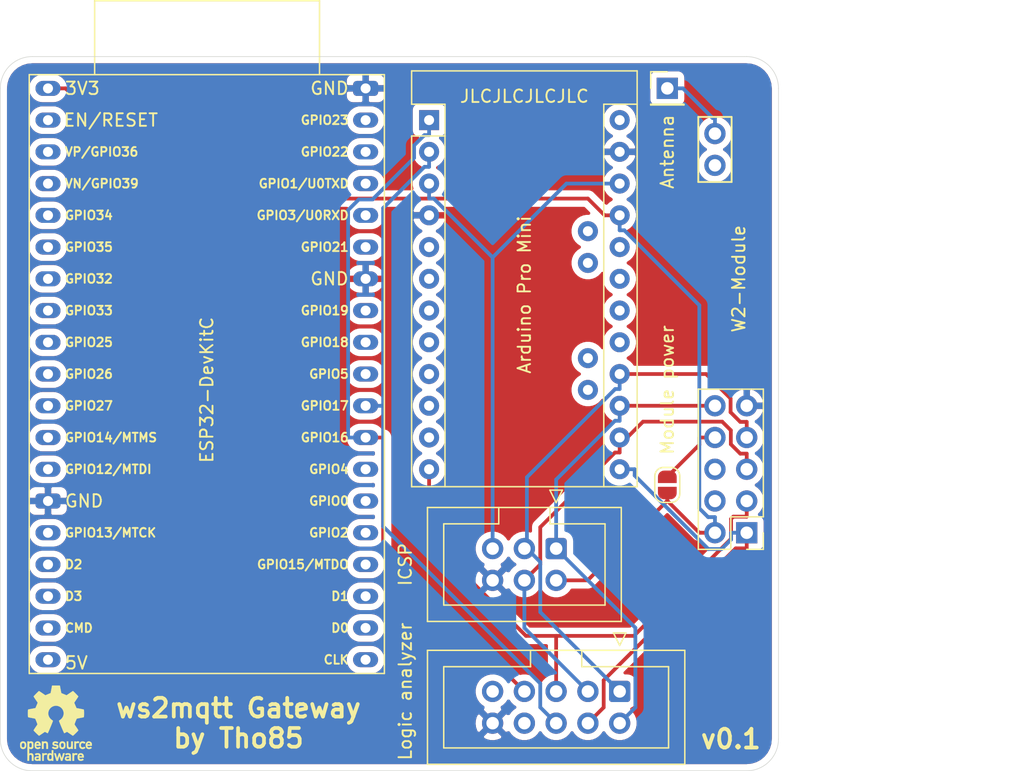
<source format=kicad_pcb>
(kicad_pcb (version 20171130) (host pcbnew 5.1.9+dfsg1-1)
  (layers (0 F.Cu signal) (31 B.Cu signal) (34 B.Paste user) (35 F.Paste user) (36 B.SilkS user) (37 F.SilkS user) (38 B.Mask user) (39 F.Mask user) (44 Edge.Cuts user))
  (net 0 "")
  (net 1 "Net-(AE1-Pad1)")
  (net 2 GND)
  (net 3 /W2_MOSI)
  (net 4 +3V3)
  (net 5 /ARDUINO_RST)
  (net 6 /W2_SCK)
  (net 7 /W2_MISO)
  (net 8 "Net-(J2-Pad8)")
  (net 9 /ARDUINO_RX)
  (net 10 /W2_CS)
  (net 11 "Net-(J2-Pad9)")
  (net 12 /ARDUINO_TX)
  (net 13 /W2_HANDSHAKE)
  (net 14 "Net-(J3-Pad4)")
  (net 15 "Net-(J3-Pad6)")
  (net 16 "Net-(J3-Pad8)")
  (net 17 "Net-(J3-Pad11)")
  (net 18 "Net-(U1-Pad37)")
  (net 19 "Net-(U1-Pad36)")
  (net 20 "Net-(U1-Pad35)")
  (net 21 "Net-(U1-Pad34)")
  (net 22 "Net-(U1-Pad33)")
  (net 23 "Net-(U1-Pad31)")
  (net 24 "Net-(U1-Pad30)")
  (net 25 "Net-(U1-Pad29)")
  (net 26 "Net-(U1-Pad26)")
  (net 27 "Net-(U1-Pad25)")
  (net 28 "Net-(U1-Pad24)")
  (net 29 "Net-(U1-Pad23)")
  (net 30 "Net-(U1-Pad22)")
  (net 31 "Net-(U1-Pad21)")
  (net 32 "Net-(U1-Pad20)")
  (net 33 "Net-(U1-Pad19)")
  (net 34 "Net-(U1-Pad18)")
  (net 35 "Net-(U1-Pad17)")
  (net 36 "Net-(U1-Pad16)")
  (net 37 "Net-(U1-Pad15)")
  (net 38 "Net-(U1-Pad13)")
  (net 39 "Net-(U1-Pad12)")
  (net 40 "Net-(U1-Pad11)")
  (net 41 "Net-(U1-Pad10)")
  (net 42 "Net-(U1-Pad9)")
  (net 43 "Net-(U1-Pad8)")
  (net 44 "Net-(U1-Pad7)")
  (net 45 "Net-(U1-Pad6)")
  (net 46 "Net-(U1-Pad5)")
  (net 47 "Net-(U1-Pad4)")
  (net 48 "Net-(U1-Pad3)")
  (net 49 "Net-(U1-Pad2)")
  (net 50 "Net-(U2-PadA6)")
  (net 51 "Net-(U2-PadA7)")
  (net 52 "Net-(U2-PadA4)")
  (net 53 "Net-(U2-PadA5)")
  (net 54 "Net-(U2-Pad24)")
  (net 55 "Net-(U2-Pad11)")
  (net 56 "Net-(U2-Pad20)")
  (net 57 "Net-(U2-Pad10)")
  (net 58 "Net-(U2-Pad19)")
  (net 59 "Net-(U2-Pad9)")
  (net 60 "Net-(U2-Pad18)")
  (net 61 "Net-(U2-Pad8)")
  (net 62 "Net-(U2-Pad17)")
  (net 63 "Net-(U2-Pad7)")
  (net 64 "Net-(U2-Pad6)")
  (net 65 "Net-(U2-Pad5)")
  (module Symbol:OSHW-Logo_5.7x6mm_SilkScreen (layer F.Cu) (at 62.865 69.85)
    (fp_text reference LOGO1 hide)
    (fp_text value Logo_Open_Hardware_Small hide)
  )
  (module Arduino:Arduino_Pro_Mini (layer F.Cu) (at 92.71 21.59)
    (fp_text reference U2)
    (fp_text value "Arduino Pro Mini" (at 7.62 13.97 90) (layer F.SilkS))
    (pad A6 thru_hole oval (at 12.7 21.59) (size 1.6 1.6) (drill 0.8) (layers *.Cu *.Mask) (net 50 "Net-(U2-PadA6)"))
    (pad A7 thru_hole oval (at 12.7 19.05) (size 1.6 1.6) (drill 0.8) (layers *.Cu *.Mask) (net 51 "Net-(U2-PadA7)"))
    (pad A4 thru_hole oval (at 12.7 11.43) (size 1.6 1.6) (drill 0.8) (layers *.Cu *.Mask) (net 52 "Net-(U2-PadA4)"))
    (pad A5 thru_hole oval (at 12.7 8.89) (size 1.6 1.6) (drill 0.8) (layers *.Cu *.Mask) (net 53 "Net-(U2-PadA5)"))
    (pad 24 thru_hole oval (at 15.24 0) (size 1.6 1.6) (drill 0.8) (layers *.Cu *.Mask) (net 54 "Net-(U2-Pad24)"))
    (pad 23 thru_hole oval (at 15.24 2.54) (size 1.6 1.6) (drill 0.8) (layers *.Cu *.Mask) (net 2 GND))
    (pad 22 thru_hole oval (at 15.24 5.08) (size 1.6 1.6) (drill 0.8) (layers *.Cu *.Mask) (net 5 /ARDUINO_RST))
    (pad 12 thru_hole oval (at 0 27.94) (size 1.6 1.6) (drill 0.8) (layers *.Cu *.Mask) (net 13 /W2_HANDSHAKE))
    (pad 21 thru_hole oval (at 15.24 7.62) (size 1.6 1.6) (drill 0.8) (layers *.Cu *.Mask) (net 4 +3V3))
    (pad 11 thru_hole oval (at 0 25.4) (size 1.6 1.6) (drill 0.8) (layers *.Cu *.Mask) (net 55 "Net-(U2-Pad11)"))
    (pad 20 thru_hole oval (at 15.24 10.16) (size 1.6 1.6) (drill 0.8) (layers *.Cu *.Mask) (net 56 "Net-(U2-Pad20)"))
    (pad 10 thru_hole oval (at 0 22.86) (size 1.6 1.6) (drill 0.8) (layers *.Cu *.Mask) (net 57 "Net-(U2-Pad10)"))
    (pad 19 thru_hole oval (at 15.24 12.7) (size 1.6 1.6) (drill 0.8) (layers *.Cu *.Mask) (net 58 "Net-(U2-Pad19)"))
    (pad 9 thru_hole oval (at 0 20.32) (size 1.6 1.6) (drill 0.8) (layers *.Cu *.Mask) (net 59 "Net-(U2-Pad9)"))
    (pad 18 thru_hole oval (at 15.24 15.24) (size 1.6 1.6) (drill 0.8) (layers *.Cu *.Mask) (net 60 "Net-(U2-Pad18)"))
    (pad 8 thru_hole oval (at 0 17.78) (size 1.6 1.6) (drill 0.8) (layers *.Cu *.Mask) (net 61 "Net-(U2-Pad8)"))
    (pad 17 thru_hole oval (at 15.24 17.78) (size 1.6 1.6) (drill 0.8) (layers *.Cu *.Mask) (net 62 "Net-(U2-Pad17)"))
    (pad 7 thru_hole oval (at 0 15.24) (size 1.6 1.6) (drill 0.8) (layers *.Cu *.Mask) (net 63 "Net-(U2-Pad7)"))
    (pad 16 thru_hole oval (at 15.24 20.32) (size 1.6 1.6) (drill 0.8) (layers *.Cu *.Mask) (net 6 /W2_SCK))
    (pad 6 thru_hole oval (at 0 12.7) (size 1.6 1.6) (drill 0.8) (layers *.Cu *.Mask) (net 64 "Net-(U2-Pad6)"))
    (pad 15 thru_hole oval (at 15.24 22.86) (size 1.6 1.6) (drill 0.8) (layers *.Cu *.Mask) (net 7 /W2_MISO))
    (pad 5 thru_hole oval (at 0 10.16) (size 1.6 1.6) (drill 0.8) (layers *.Cu *.Mask) (net 65 "Net-(U2-Pad5)"))
    (pad 14 thru_hole oval (at 15.24 25.4) (size 1.6 1.6) (drill 0.8) (layers *.Cu *.Mask) (net 3 /W2_MOSI))
    (pad 4 thru_hole oval (at 0 7.62) (size 1.6 1.6) (drill 0.8) (layers *.Cu *.Mask) (net 2 GND))
    (pad 13 thru_hole oval (at 15.24 27.94) (size 1.6 1.6) (drill 0.8) (layers *.Cu *.Mask) (net 10 /W2_CS))
    (pad 3 thru_hole oval (at 0 5.08) (size 1.6 1.6) (drill 0.8) (layers *.Cu *.Mask) (net 5 /ARDUINO_RST))
    (pad 2 thru_hole oval (at 0 2.54) (size 1.6 1.6) (drill 0.8) (layers *.Cu *.Mask) (net 9 /ARDUINO_RX))
    (pad 1 thru_hole rect (at 0 0) (size 1.6 1.6) (drill 0.8) (layers *.Cu *.Mask) (net 12 /ARDUINO_TX))
  )
  (module Espressif:ESP32-DevKitC (layer F.Cu) (at 62.23 19.05)
    (fp_text reference U1)
    (fp_text value ESP32-DevKitC (at 12.70368 24.13272 90) (layer F.SilkS))
    (fp_text user GND (at 24.13368 0.00272 unlocked) (layer F.SilkS) (effects (justify right)))
    (fp_text user GPIO23 (at 24.13368 2.54272 unlocked) (layer F.SilkS) (effects (font (size 0.7 0.7)) (justify right)))
    (fp_text user GPIO5 (at 24.13368 22.86272 unlocked) (layer F.SilkS) (effects (font (size 0.7 0.7)) (justify right)))
    (fp_text user D0 (at 24.13368 43.18272 unlocked) (layer F.SilkS) (effects (font (size 0.7 0.7)) (justify right)))
    (fp_text user 5V (at 1.27 45.974 unlocked) (layer F.SilkS) (effects (justify left)))
    (fp_text user GPIO21 (at 24.13368 12.70272 unlocked) (layer F.SilkS) (effects (font (size 0.7 0.7)) (justify right)))
    (fp_text user D1 (at 24.13368 40.64272 unlocked) (layer F.SilkS) (effects (font (size 0.7 0.7)) (justify right)))
    (fp_text user GPIO12/MTDI (at 1.27368 30.48272 unlocked) (layer F.SilkS) (effects (font (size 0.7 0.7)) (justify left)))
    (fp_text user VP/GPIO36 (at 1.27368 5.08272 unlocked) (layer F.SilkS) (effects (font (size 0.7 0.7)) (justify left)))
    (fp_text user D2 (at 1.27368 38.10272 unlocked) (layer F.SilkS) (effects (font (size 0.7 0.7)) (justify left)))
    (fp_text user GPIO27 (at 1.27368 25.40272 unlocked) (layer F.SilkS) (effects (font (size 0.7 0.7)) (justify left)))
    (fp_text user GPIO33 (at 1.27368 17.78272 unlocked) (layer F.SilkS) (effects (font (size 0.7 0.7)) (justify left)))
    (fp_text user GPIO19 (at 24.13368 17.78272 unlocked) (layer F.SilkS) (effects (font (size 0.7 0.7)) (justify right)))
    (fp_text user VN/GPIO39 (at 1.27368 7.62272 unlocked) (layer F.SilkS) (effects (font (size 0.7 0.7)) (justify left)))
    (fp_text user GPIO13/MTCK (at 1.27368 35.56272 unlocked) (layer F.SilkS) (effects (font (size 0.7 0.7)) (justify left)))
    (fp_text user GPIO2 (at 24.13368 35.56272 unlocked) (layer F.SilkS) (effects (font (size 0.7 0.7)) (justify right)))
    (fp_text user GPIO26 (at 1.27368 22.86272 unlocked) (layer F.SilkS) (effects (font (size 0.7 0.7)) (justify left)))
    (fp_text user GPIO3/U0RXD (at 24.13368 10.16272 unlocked) (layer F.SilkS) (effects (font (size 0.7 0.7)) (justify right)))
    (fp_text user 3V3 (at 1.27368 0.00272 unlocked) (layer F.SilkS) (effects (justify left)))
    (fp_text user GPIO16 (at 24.13368 27.94272 unlocked) (layer F.SilkS) (effects (font (size 0.7 0.7)) (justify right)))
    (fp_text user GPIO32 (at 1.27368 15.24272 unlocked) (layer F.SilkS) (effects (font (size 0.7 0.7)) (justify left)))
    (fp_text user GPIO0 (at 24.13368 33.02272 unlocked) (layer F.SilkS) (effects (font (size 0.7 0.7)) (justify right)))
    (fp_text user GND (at 1.27368 33.02272 unlocked) (layer F.SilkS) (effects (justify left)))
    (fp_text user CLK (at 24.13368 45.72272 unlocked) (layer F.SilkS) (effects (font (size 0.7 0.7)) (justify right)))
    (fp_text user EN/RESET (at 8.89 2.54 unlocked) (layer F.SilkS) (effects (justify right)))
    (fp_text user GPIO4 (at 24.13368 30.48272 unlocked) (layer F.SilkS) (effects (font (size 0.7 0.7)) (justify right)))
    (fp_text user GPIO35 (at 1.27368 12.70272 unlocked) (layer F.SilkS) (effects (font (size 0.7 0.7)) (justify left)))
    (fp_text user GPIO14/MTMS (at 1.27368 27.94272 unlocked) (layer F.SilkS) (effects (font (size 0.7 0.7)) (justify left)))
    (fp_text user GPIO34 (at 1.27368 10.16272 unlocked) (layer F.SilkS) (effects (font (size 0.7 0.7)) (justify left)))
    (fp_text user D3 (at 1.27368 40.64272 unlocked) (layer F.SilkS) (effects (font (size 0.7 0.7)) (justify left)))
    (fp_text user GPIO18 (at 24.13368 20.32272 unlocked) (layer F.SilkS) (effects (font (size 0.7 0.7)) (justify right)))
    (fp_text user CMD (at 1.27368 43.18272 unlocked) (layer F.SilkS) (effects (font (size 0.7 0.7)) (justify left)))
    (fp_text user GPIO22 (at 24.13368 5.08272 unlocked) (layer F.SilkS) (effects (font (size 0.7 0.7)) (justify right)))
    (fp_text user GND (at 24.13368 15.24272 unlocked) (layer F.SilkS) (effects (justify right)))
    (fp_text user GPIO17 (at 24.13368 25.40272 unlocked) (layer F.SilkS) (effects (font (size 0.7 0.7)) (justify right)))
    (fp_text user GPIO1/U0TXD (at 24.13368 7.62272 unlocked) (layer F.SilkS) (effects (font (size 0.7 0.7)) (justify right)))
    (fp_text user GPIO15/MTDO (at 24.13368 38.10272 unlocked) (layer F.SilkS) (effects (font (size 0.7 0.7)) (justify right)))
    (fp_text user GPIO25 (at 1.27368 20.32272 unlocked) (layer F.SilkS) (effects (font (size 0.7 0.7)) (justify left)))
    (pad 38 thru_hole roundrect (at 25.40368 0.00272 270) (size 1.2 2) (drill 0.8) (layers *.Cu *.Mask) (net 2 GND))
    (pad 37 thru_hole oval (at 25.40368 2.54272 270) (size 1.2 2) (drill 0.8) (layers *.Cu *.Mask) (net 18 "Net-(U1-Pad37)"))
    (pad 36 thru_hole oval (at 25.40368 5.08272 270) (size 1.2 2) (drill 0.8) (layers *.Cu *.Mask) (net 19 "Net-(U1-Pad36)"))
    (pad 35 thru_hole oval (at 25.40368 7.62272 270) (size 1.2 2) (drill 0.8) (layers *.Cu *.Mask) (net 20 "Net-(U1-Pad35)"))
    (pad 34 thru_hole oval (at 25.40368 10.16272 270) (size 1.2 2) (drill 0.8) (layers *.Cu *.Mask) (net 21 "Net-(U1-Pad34)"))
    (pad 33 thru_hole oval (at 25.40368 12.70272 270) (size 1.2 2) (drill 0.8) (layers *.Cu *.Mask) (net 22 "Net-(U1-Pad33)"))
    (pad 32 thru_hole oval (at 25.40368 15.24272 270) (size 1.2 2) (drill 0.8) (layers *.Cu *.Mask) (net 2 GND))
    (pad 31 thru_hole oval (at 25.40368 17.78272 270) (size 1.2 2) (drill 0.8) (layers *.Cu *.Mask) (net 23 "Net-(U1-Pad31)"))
    (pad 30 thru_hole oval (at 25.40368 20.32272 270) (size 1.2 2) (drill 0.8) (layers *.Cu *.Mask) (net 24 "Net-(U1-Pad30)"))
    (pad 29 thru_hole oval (at 25.40368 22.86272 270) (size 1.2 2) (drill 0.8) (layers *.Cu *.Mask) (net 25 "Net-(U1-Pad29)"))
    (pad 28 thru_hole oval (at 25.40368 25.40272 270) (size 1.2 2) (drill 0.8) (layers *.Cu *.Mask) (net 9 /ARDUINO_RX))
    (pad 27 thru_hole oval (at 25.40368 27.94272 270) (size 1.2 2) (drill 0.8) (layers *.Cu *.Mask) (net 12 /ARDUINO_TX))
    (pad 26 thru_hole oval (at 25.40368 30.48272 270) (size 1.2 2) (drill 0.8) (layers *.Cu *.Mask) (net 26 "Net-(U1-Pad26)"))
    (pad 25 thru_hole oval (at 25.40368 33.02272 270) (size 1.2 2) (drill 0.8) (layers *.Cu *.Mask) (net 27 "Net-(U1-Pad25)"))
    (pad 24 thru_hole oval (at 25.40368 35.56272 270) (size 1.2 2) (drill 0.8) (layers *.Cu *.Mask) (net 28 "Net-(U1-Pad24)"))
    (pad 23 thru_hole oval (at 25.40368 38.10272 270) (size 1.2 2) (drill 0.8) (layers *.Cu *.Mask) (net 29 "Net-(U1-Pad23)"))
    (pad 22 thru_hole oval (at 25.40368 40.64272 270) (size 1.2 2) (drill 0.8) (layers *.Cu *.Mask) (net 30 "Net-(U1-Pad22)"))
    (pad 21 thru_hole oval (at 25.4 43.18 270) (size 1.2 2) (drill 0.8) (layers *.Cu *.Mask) (net 31 "Net-(U1-Pad21)"))
    (pad 20 thru_hole oval (at 25.4 45.72 270) (size 1.2 2) (drill 0.8) (layers *.Cu *.Mask) (net 32 "Net-(U1-Pad20)"))
    (pad 19 thru_hole oval (at 0.00368 45.72272 270) (size 1.2 2) (drill 0.8) (layers *.Cu *.Mask) (net 33 "Net-(U1-Pad19)"))
    (pad 18 thru_hole oval (at 0.00368 43.18272 270) (size 1.2 2) (drill 0.8) (layers *.Cu *.Mask) (net 34 "Net-(U1-Pad18)"))
    (pad 17 thru_hole oval (at 0.00368 40.64272 270) (size 1.2 2) (drill 0.8) (layers *.Cu *.Mask) (net 35 "Net-(U1-Pad17)"))
    (pad 16 thru_hole oval (at 0.00368 38.10272 270) (size 1.2 2) (drill 0.8) (layers *.Cu *.Mask) (net 36 "Net-(U1-Pad16)"))
    (pad 15 thru_hole oval (at 0.00368 35.56272 270) (size 1.2 2) (drill 0.8) (layers *.Cu *.Mask) (net 37 "Net-(U1-Pad15)"))
    (pad 14 thru_hole roundrect (at 0.00368 33.02272 270) (size 1.2 2) (drill 0.8) (layers *.Cu *.Mask) (net 2 GND))
    (pad 13 thru_hole oval (at 0.00368 30.48272 270) (size 1.2 2) (drill 0.8) (layers *.Cu *.Mask) (net 38 "Net-(U1-Pad13)"))
    (pad 12 thru_hole oval (at 0.00368 27.94272 270) (size 1.2 2) (drill 0.8) (layers *.Cu *.Mask) (net 39 "Net-(U1-Pad12)"))
    (pad 11 thru_hole oval (at 0.00368 25.40272 270) (size 1.2 2) (drill 0.8) (layers *.Cu *.Mask) (net 40 "Net-(U1-Pad11)"))
    (pad 10 thru_hole oval (at 0.00368 22.86272 270) (size 1.2 2) (drill 0.8) (layers *.Cu *.Mask) (net 41 "Net-(U1-Pad10)"))
    (pad 9 thru_hole oval (at 0.00368 20.32272 270) (size 1.2 2) (drill 0.8) (layers *.Cu *.Mask) (net 42 "Net-(U1-Pad9)"))
    (pad 8 thru_hole oval (at 0.00368 17.78272 270) (size 1.2 2) (drill 0.8) (layers *.Cu *.Mask) (net 43 "Net-(U1-Pad8)"))
    (pad 7 thru_hole oval (at 0.00368 15.24272 270) (size 1.2 2) (drill 0.8) (layers *.Cu *.Mask) (net 44 "Net-(U1-Pad7)"))
    (pad 6 thru_hole oval (at 0.00368 12.70272 270) (size 1.2 2) (drill 0.8) (layers *.Cu *.Mask) (net 45 "Net-(U1-Pad6)"))
    (pad 5 thru_hole oval (at 0.00368 10.16272 270) (size 1.2 2) (drill 0.8) (layers *.Cu *.Mask) (net 46 "Net-(U1-Pad5)"))
    (pad 4 thru_hole oval (at 0.00368 7.62272 270) (size 1.2 2) (drill 0.8) (layers *.Cu *.Mask) (net 47 "Net-(U1-Pad4)"))
    (pad 3 thru_hole oval (at 0.00368 5.08272 270) (size 1.2 2) (drill 0.8) (layers *.Cu *.Mask) (net 48 "Net-(U1-Pad3)"))
    (pad 2 thru_hole oval (at 0.00368 2.54272 270) (size 1.2 2) (drill 0.8) (layers *.Cu *.Mask) (net 49 "Net-(U1-Pad2)"))
    (pad 1 thru_hole oval (at 0.00368 0.00272 270) (size 1.2 2) (drill 0.8) (layers *.Cu *.Mask) (net 4 +3V3))
  )
  (module Jumper:SolderJumper-2_P1.3mm_Open_RoundedPad1.0x1.5mm (layer F.Cu) (at 111.76 50.785 90)
    (fp_text reference JP1)
    (fp_text value "Module power" (at 7.605 0 90) (layer F.SilkS))
    (pad 2 smd custom (at 0.65 0 90) (size 1 0.5) (layers F.Cu F.Mask) (net 16 "Net-(J3-Pad8)") (options (clearance outline) (anchor rect)) (primitives (gr_circle (center 0 0.25) (end 0.5 0.25) (width 0)) (gr_circle (center 0 -0.25) (end 0.5 -0.25) (width 0)) (gr_poly (pts (xy 0 -0.75) (xy -0.5 -0.75) (xy -0.5 0.75) (xy 0 0.75)) (width 0))))
    (pad 1 smd custom (at -0.65 0 90) (size 1 0.5) (layers F.Cu F.Mask) (net 4 +3V3) (options (clearance outline) (anchor rect)) (primitives (gr_circle (center 0 0.25) (end 0.5 0.25) (width 0)) (gr_circle (center 0 -0.25) (end 0.5 -0.25) (width 0)) (gr_poly (pts (xy 0 -0.75) (xy 0.5 -0.75) (xy 0.5 0.75) (xy 0 0.75)) (width 0))))
  )
  (module Tho85:W2-MM (layer F.Cu) (at 115.57 54.61 90)
    (fp_text reference J3)
    (fp_text value W2-Module (at 20.32 1.905 90) (layer F.SilkS))
    (pad 1 thru_hole rect (at 0 2.54 180) (size 1.7 1.7) (drill 1) (layers *.Cu *.Mask) (net 10 /W2_CS))
    (pad 2 thru_hole oval (at 0 0 180) (size 1.7 1.7) (drill 1) (layers *.Cu *.Mask) (net 4 +3V3))
    (pad 3 thru_hole oval (at 2.54 2.54 180) (size 1.7 1.7) (drill 1) (layers *.Cu *.Mask) (net 13 /W2_HANDSHAKE))
    (pad 4 thru_hole oval (at 2.54 0 180) (size 1.7 1.7) (drill 1) (layers *.Cu *.Mask) (net 14 "Net-(J3-Pad4)"))
    (pad 5 thru_hole oval (at 5.08 2.54 180) (size 1.7 1.7) (drill 1) (layers *.Cu *.Mask) (net 3 /W2_MOSI))
    (pad 6 thru_hole oval (at 5.08 0 180) (size 1.7 1.7) (drill 1) (layers *.Cu *.Mask) (net 15 "Net-(J3-Pad6)"))
    (pad 7 thru_hole oval (at 7.62 2.54 180) (size 1.7 1.7) (drill 1) (layers *.Cu *.Mask) (net 6 /W2_SCK))
    (pad 8 thru_hole oval (at 7.62 0 180) (size 1.7 1.7) (drill 1) (layers *.Cu *.Mask) (net 16 "Net-(J3-Pad8)"))
    (pad 9 thru_hole oval (at 10.16 2.54 180) (size 1.7 1.7) (drill 1) (layers *.Cu *.Mask) (net 2 GND))
    (pad 10 thru_hole oval (at 10.16 0 180) (size 1.7 1.7) (drill 1) (layers *.Cu *.Mask) (net 7 /W2_MISO))
    (pad 11 thru_hole oval (at 29.4 0 180) (size 1.7 1.7) (drill 1) (layers *.Cu *.Mask) (net 17 "Net-(J3-Pad11)"))
    (pad 12 thru_hole oval (at 31.94 0 180) (size 1.7 1.7) (drill 1) (layers *.Cu *.Mask) (net 1 "Net-(AE1-Pad1)"))
  )
  (module Connector_IDC:IDC-Header_2x05_P2.54mm_Vertical (layer F.Cu) (at 107.95 67.31 270)
    (fp_text reference J2)
    (fp_text value "Logic analyzer" (at 0 17.145 90) (layer F.SilkS))
    (pad 1 thru_hole roundrect (at 0 0 270) (size 1.7 1.7) (drill 1) (layers *.Cu *.Mask) (roundrect_rratio 0.1470588235294118) (net 6 /W2_SCK))
    (pad 3 thru_hole circle (at 0 2.54 270) (size 1.7 1.7) (drill 1) (layers *.Cu *.Mask) (net 3 /W2_MOSI))
    (pad 5 thru_hole circle (at 0 5.08 270) (size 1.7 1.7) (drill 1) (layers *.Cu *.Mask) (net 13 /W2_HANDSHAKE))
    (pad 7 thru_hole circle (at 0 7.62 270) (size 1.7 1.7) (drill 1) (layers *.Cu *.Mask) (net 12 /ARDUINO_TX))
    (pad 9 thru_hole circle (at 0 10.16 270) (size 1.7 1.7) (drill 1) (layers *.Cu *.Mask) (net 11 "Net-(J2-Pad9)"))
    (pad 2 thru_hole circle (at 2.54 0 270) (size 1.7 1.7) (drill 1) (layers *.Cu *.Mask) (net 7 /W2_MISO))
    (pad 4 thru_hole circle (at 2.54 2.54 270) (size 1.7 1.7) (drill 1) (layers *.Cu *.Mask) (net 10 /W2_CS))
    (pad 6 thru_hole circle (at 2.54 5.08 270) (size 1.7 1.7) (drill 1) (layers *.Cu *.Mask) (net 9 /ARDUINO_RX))
    (pad 8 thru_hole circle (at 2.54 7.62 270) (size 1.7 1.7) (drill 1) (layers *.Cu *.Mask) (net 8 "Net-(J2-Pad8)"))
    (pad 10 thru_hole circle (at 2.54 10.16 270) (size 1.7 1.7) (drill 1) (layers *.Cu *.Mask) (net 2 GND))
  )
  (module Connector_IDC:IDC-Header_2x03_P2.54mm_Vertical (layer F.Cu) (at 102.87 55.88 270)
    (fp_text reference J1)
    (fp_text value ICSP (at 1.27 12.065 90) (layer F.SilkS))
    (pad 6 thru_hole circle (at 2.54 5.08 270) (size 1.7 1.7) (drill 1) (layers *.Cu *.Mask) (net 2 GND))
    (pad 4 thru_hole circle (at 2.54 2.54 270) (size 1.7 1.7) (drill 1) (layers *.Cu *.Mask) (net 3 /W2_MOSI))
    (pad 2 thru_hole circle (at 2.54 0 270) (size 1.7 1.7) (drill 1) (layers *.Cu *.Mask) (net 4 +3V3))
    (pad 5 thru_hole circle (at 0 5.08 270) (size 1.7 1.7) (drill 1) (layers *.Cu *.Mask) (net 5 /ARDUINO_RST))
    (pad 3 thru_hole circle (at 0 2.54 270) (size 1.7 1.7) (drill 1) (layers *.Cu *.Mask) (net 6 /W2_SCK))
    (pad 1 thru_hole roundrect (at 0 0 270) (size 1.7 1.7) (drill 1) (layers *.Cu *.Mask) (roundrect_rratio 0.1470588235294118) (net 7 /W2_MISO))
  )
  (module Connector_PinHeader_2.54mm:PinHeader_1x01_P2.54mm_Vertical (layer F.Cu) (at 111.76 19.05)
    (fp_text reference AE1)
    (fp_text value Antenna (at 0 5.08 90) (layer F.SilkS))
    (pad 1 thru_hole rect (at 0 0) (size 1.7 1.7) (drill 1) (layers *.Cu *.Mask) (net 1 "Net-(AE1-Pad1)"))
  )
  (gr_text JLCJLCJLCJLC (at 100.33 19.685) (layer F.SilkS) (effects (font (size 1 1))))
  (gr_text v0.1 (at 116.84 71.12) (layer F.SilkS) (effects (font (size 1.5 1.5) (thickness 0.3))))
  (gr_text "ws2mqtt Gateway\nby Tho85" (at 77.47 69.85) (layer F.SilkS) (effects (font (size 1.5 1.5) (thickness 0.3))))
  (gr_line (start 60.96 73.66) (end 118.11 73.66) (layer Edge.Cuts) (width 0.05))
  (gr_line (start 58.42 19.05) (end 58.42 71.12) (layer Edge.Cuts) (width 0.05))
  (gr_arc (start 118.11 71.12) (end 118.11 73.66) (angle -90) (layer Edge.Cuts) (width 0.05))
  (gr_line (start 120.65 19.05) (end 120.65 71.12) (layer Edge.Cuts) (width 0.05))
  (gr_arc (start 118.11 19.05) (end 120.65 19.05) (angle -90) (layer Edge.Cuts) (width 0.05))
  (gr_arc (start 60.96 71.12) (end 58.42 71.12) (angle -90) (layer Edge.Cuts) (width 0.05))
  (gr_arc (start 60.96 19.05) (end 60.96 16.51) (angle -90) (layer Edge.Cuts) (width 0.05))
  (gr_line (start 60.96 16.51) (end 118.11 16.51) (layer Edge.Cuts) (width 0.05))
  (segment (start 115.57 22.67) (end 115.57 21.4197) (width 0.3) (layer B.Cu) (net 1))
  (segment (start 111.76 19.05) (end 113.0103 19.05) (width 0.3) (layer B.Cu) (net 1))
  (segment (start 113.0103 19.05) (end 115.38 21.4197) (width 0.3) (layer B.Cu) (net 1))
  (segment (start 115.38 21.4197) (end 115.57 21.4197) (width 0.3) (layer B.Cu) (net 1))
  (segment (start 118.11 49.53) (end 118.11 48.2797) (width 0.3) (layer F.Cu) (net 3))
  (segment (start 107.95 47.5901) (end 109.8201 45.72) (width 0.3) (layer F.Cu) (net 3))
  (segment (start 109.8201 45.72) (end 116.1474 45.72) (width 0.3) (layer F.Cu) (net 3))
  (segment (start 116.1474 45.72) (end 116.84 46.4126) (width 0.3) (layer F.Cu) (net 3))
  (segment (start 116.84 46.4126) (end 116.84 47.5278) (width 0.3) (layer F.Cu) (net 3))
  (segment (start 116.84 47.5278) (end 117.5919 48.2797) (width 0.3) (layer F.Cu) (net 3))
  (segment (start 117.5919 48.2797) (end 118.11 48.2797) (width 0.3) (layer F.Cu) (net 3))
  (segment (start 107.95 47.5901) (end 107.95 48.1903) (width 0.3) (layer F.Cu) (net 3))
  (segment (start 107.95 46.99) (end 107.95 47.5901) (width 0.3) (layer F.Cu) (net 3))
  (segment (start 100.33 58.42) (end 101.5994 57.1506) (width 0.3) (layer F.Cu) (net 3))
  (segment (start 101.5994 57.1506) (end 101.5994 54.1678) (width 0.3) (layer F.Cu) (net 3))
  (segment (start 101.5994 54.1678) (end 107.5769 48.1903) (width 0.3) (layer F.Cu) (net 3))
  (segment (start 107.5769 48.1903) (end 107.95 48.1903) (width 0.3) (layer F.Cu) (net 3))
  (segment (start 100.33 58.42) (end 100.33 62.23) (width 0.3) (layer B.Cu) (net 3))
  (segment (start 100.33 62.23) (end 105.41 67.31) (width 0.3) (layer B.Cu) (net 3))
  (segment (start 111.76 52.0503) (end 111.76 51.435) (width 0.3) (layer F.Cu) (net 4))
  (segment (start 114.4573 54.61) (end 114.3197 54.61) (width 0.3) (layer F.Cu) (net 4))
  (segment (start 114.3197 54.61) (end 111.76 52.0503) (width 0.3) (layer F.Cu) (net 4))
  (segment (start 102.87 58.42) (end 105.3903 58.42) (width 0.3) (layer F.Cu) (net 4))
  (segment (start 105.3903 58.42) (end 111.76 52.0503) (width 0.3) (layer F.Cu) (net 4))
  (segment (start 115.57 54.61) (end 114.4573 54.61) (width 0.3) (layer F.Cu) (net 4))
  (segment (start 107.95 29.21) (end 106.7497 29.21) (width 0.3) (layer F.Cu) (net 4))
  (segment (start 62.2337 19.0527) (end 63.634 19.0527) (width 0.3) (layer F.Cu) (net 4))
  (segment (start 63.634 19.0527) (end 72.4517 27.8704) (width 0.3) (layer F.Cu) (net 4))
  (segment (start 72.4517 27.8704) (end 105.4101 27.8704) (width 0.3) (layer F.Cu) (net 4))
  (segment (start 105.4101 27.8704) (end 106.7497 29.21) (width 0.3) (layer F.Cu) (net 4))
  (segment (start 107.95 29.21) (end 107.95 30.4103) (width 0.3) (layer B.Cu) (net 4))
  (segment (start 115.57 54.61) (end 115.57 53.3597) (width 0.3) (layer B.Cu) (net 4))
  (segment (start 115.57 53.3597) (end 115.0229 53.3597) (width 0.3) (layer B.Cu) (net 4))
  (segment (start 115.0229 53.3597) (end 114.3197 52.6565) (width 0.3) (layer B.Cu) (net 4))
  (segment (start 114.3197 52.6565) (end 114.3197 36.407) (width 0.3) (layer B.Cu) (net 4))
  (segment (start 114.3197 36.407) (end 108.323 30.4103) (width 0.3) (layer B.Cu) (net 4))
  (segment (start 108.323 30.4103) (end 107.95 30.4103) (width 0.3) (layer B.Cu) (net 4))
  (segment (start 97.79 32.5773) (end 93.083 27.8703) (width 0.3) (layer B.Cu) (net 5))
  (segment (start 93.083 27.8703) (end 92.71 27.8703) (width 0.3) (layer B.Cu) (net 5))
  (segment (start 97.79 55.88) (end 97.79 32.5773) (width 0.3) (layer B.Cu) (net 5))
  (segment (start 97.79 32.5773) (end 103.6973 26.67) (width 0.3) (layer B.Cu) (net 5))
  (segment (start 103.6973 26.67) (end 107.95 26.67) (width 0.3) (layer B.Cu) (net 5))
  (segment (start 92.71 26.67) (end 92.71 27.8703) (width 0.3) (layer B.Cu) (net 5))
  (segment (start 118.11 46.99) (end 118.11 45.7397) (width 0.3) (layer F.Cu) (net 6))
  (segment (start 107.95 41.91) (end 114.8627 41.91) (width 0.3) (layer F.Cu) (net 6))
  (segment (start 114.8627 41.91) (end 116.8204 43.8677) (width 0.3) (layer F.Cu) (net 6))
  (segment (start 116.8204 43.8677) (end 116.8204 44.9682) (width 0.3) (layer F.Cu) (net 6))
  (segment (start 116.8204 44.9682) (end 117.5919 45.7397) (width 0.3) (layer F.Cu) (net 6))
  (segment (start 117.5919 45.7397) (end 118.11 45.7397) (width 0.3) (layer F.Cu) (net 6))
  (segment (start 100.5324 55.88) (end 100.5324 50.17) (width 0.3) (layer B.Cu) (net 6))
  (segment (start 100.5324 50.17) (end 107.5921 43.1103) (width 0.3) (layer B.Cu) (net 6))
  (segment (start 107.5921 43.1103) (end 107.95 43.1103) (width 0.3) (layer B.Cu) (net 6))
  (segment (start 107.95 67.31) (end 101.6 60.96) (width 0.3) (layer B.Cu) (net 6))
  (segment (start 101.6 60.96) (end 101.6 56.9476) (width 0.3) (layer B.Cu) (net 6))
  (segment (start 101.6 56.9476) (end 100.5324 55.88) (width 0.3) (layer B.Cu) (net 6))
  (segment (start 100.33 55.88) (end 100.5324 55.88) (width 0.3) (layer B.Cu) (net 6))
  (segment (start 107.95 41.91) (end 107.95 43.1103) (width 0.3) (layer B.Cu) (net 6))
  (segment (start 107.95 69.85) (end 109.2055 68.5945) (width 0.3) (layer B.Cu) (net 7))
  (segment (start 109.2055 68.5945) (end 109.2055 62.2155) (width 0.3) (layer B.Cu) (net 7))
  (segment (start 109.2055 62.2155) (end 102.87 55.88) (width 0.3) (layer B.Cu) (net 7))
  (segment (start 107.95 44.45) (end 107.95 45.6503) (width 0.3) (layer B.Cu) (net 7))
  (segment (start 102.87 55.88) (end 102.87 50.3572) (width 0.3) (layer B.Cu) (net 7))
  (segment (start 102.87 50.3572) (end 107.5769 45.6503) (width 0.3) (layer B.Cu) (net 7))
  (segment (start 107.5769 45.6503) (end 107.95 45.6503) (width 0.3) (layer B.Cu) (net 7))
  (segment (start 115.57 44.45) (end 107.95 44.45) (width 0.3) (layer F.Cu) (net 7))
  (segment (start 92.71 24.13) (end 92.71 25.3303) (width 0.3) (layer B.Cu) (net 9))
  (segment (start 89.034 44.4527) (end 89.034 28.6332) (width 0.3) (layer B.Cu) (net 9))
  (segment (start 89.034 28.6332) (end 92.3369 25.3303) (width 0.3) (layer B.Cu) (net 9))
  (segment (start 92.3369 25.3303) (end 92.71 25.3303) (width 0.3) (layer B.Cu) (net 9))
  (segment (start 88.8964 44.4527) (end 89.034 44.4527) (width 0.3) (layer B.Cu) (net 9))
  (segment (start 87.6337 44.4527) (end 88.8964 44.4527) (width 0.3) (layer B.Cu) (net 9))
  (segment (start 102.87 69.85) (end 101.6 68.58) (width 0.3) (layer B.Cu) (net 9))
  (segment (start 101.6 68.58) (end 101.6 66.6701) (width 0.3) (layer B.Cu) (net 9))
  (segment (start 101.6 66.6701) (end 89.034 54.1041) (width 0.3) (layer B.Cu) (net 9))
  (segment (start 89.034 54.1041) (end 89.034 44.4527) (width 0.3) (layer B.Cu) (net 9))
  (segment (start 107.95 49.53) (end 109.1503 49.53) (width 0.3) (layer B.Cu) (net 10))
  (segment (start 118.11 54.61) (end 116.8597 54.61) (width 0.3) (layer B.Cu) (net 10))
  (segment (start 116.8597 54.61) (end 116.8597 55.157) (width 0.3) (layer B.Cu) (net 10))
  (segment (start 116.8597 55.157) (end 116.1015 55.9152) (width 0.3) (layer B.Cu) (net 10))
  (segment (start 116.1015 55.9152) (end 115.0381 55.9152) (width 0.3) (layer B.Cu) (net 10))
  (segment (start 115.0381 55.9152) (end 109.1503 50.0274) (width 0.3) (layer B.Cu) (net 10))
  (segment (start 109.1503 50.0274) (end 109.1503 49.53) (width 0.3) (layer B.Cu) (net 10))
  (segment (start 118.11 54.61) (end 118.11 55.8603) (width 0.3) (layer F.Cu) (net 10))
  (segment (start 105.41 69.85) (end 106.6723 68.5877) (width 0.3) (layer F.Cu) (net 10))
  (segment (start 106.6723 68.5877) (end 106.6723 66.4183) (width 0.3) (layer F.Cu) (net 10))
  (segment (start 106.6723 66.4183) (end 117.2303 55.8603) (width 0.3) (layer F.Cu) (net 10))
  (segment (start 117.2303 55.8603) (end 118.11 55.8603) (width 0.3) (layer F.Cu) (net 10))
  (segment (start 87.6337 46.9927) (end 86.2334 46.9927) (width 0.3) (layer B.Cu) (net 12))
  (segment (start 92.71 21.59) (end 92.71 22.7903) (width 0.3) (layer B.Cu) (net 12))
  (segment (start 92.71 22.7903) (end 92.3348 22.7903) (width 0.3) (layer B.Cu) (net 12))
  (segment (start 92.3348 22.7903) (end 91.5097 23.6154) (width 0.3) (layer B.Cu) (net 12))
  (segment (start 91.5097 23.6154) (end 91.5097 24.6154) (width 0.3) (layer B.Cu) (net 12))
  (segment (start 91.5097 24.6154) (end 88.1824 27.9427) (width 0.3) (layer B.Cu) (net 12))
  (segment (start 88.1824 27.9427) (end 87.0861 27.9427) (width 0.3) (layer B.Cu) (net 12))
  (segment (start 87.0861 27.9427) (end 86.2334 28.7954) (width 0.3) (layer B.Cu) (net 12))
  (segment (start 86.2334 28.7954) (end 86.2334 46.9927) (width 0.3) (layer B.Cu) (net 12))
  (segment (start 87.6337 46.9927) (end 89.034 46.9927) (width 0.3) (layer F.Cu) (net 12))
  (segment (start 100.33 67.31) (end 89.034 56.014) (width 0.3) (layer F.Cu) (net 12))
  (segment (start 89.034 56.014) (end 89.034 46.9927) (width 0.3) (layer F.Cu) (net 12))
  (segment (start 102.87 62.865) (end 100.46 62.865) (width 0.3) (layer F.Cu) (net 13))
  (segment (start 100.46 62.865) (end 92.71 55.115) (width 0.3) (layer F.Cu) (net 13))
  (segment (start 92.71 55.115) (end 92.71 49.53) (width 0.3) (layer F.Cu) (net 13))
  (segment (start 118.11 53.3203) (end 117.0428 53.3203) (width 0.3) (layer F.Cu) (net 13))
  (segment (start 117.0428 53.3203) (end 116.8596 53.5035) (width 0.3) (layer F.Cu) (net 13))
  (segment (start 116.8596 53.5035) (end 116.8596 55.0929) (width 0.3) (layer F.Cu) (net 13))
  (segment (start 116.8596 55.0929) (end 109.0875 62.865) (width 0.3) (layer F.Cu) (net 13))
  (segment (start 109.0875 62.865) (end 102.87 62.865) (width 0.3) (layer F.Cu) (net 13))
  (segment (start 102.87 67.31) (end 102.87 62.865) (width 0.3) (layer F.Cu) (net 13))
  (segment (start 118.11 52.07) (end 118.11 53.3203) (width 0.3) (layer F.Cu) (net 13))
  (segment (start 115.57 46.99) (end 114.3197 46.99) (width 0.3) (layer F.Cu) (net 16))
  (segment (start 114.3197 46.99) (end 114.3197 47.5753) (width 0.3) (layer F.Cu) (net 16))
  (segment (start 114.3197 47.5753) (end 111.76 50.135) (width 0.3) (layer F.Cu) (net 16))
  (zone (net 2) (net_name GND) (layer B.Cu) (connect_pads (clearance 0.508)) (min_thickness 0.254) (fill yes (arc_segments 32) (thermal_gap 0.508) (thermal_bridge_width 0.508))
    (polygon (pts (xy 120.65 73.66) (xy 58.42 73.66) (xy 58.42 16.51) (xy 120.65 16.51)))
  )
  (zone (net 2) (net_name GND) (layer F.Cu) (connect_pads (clearance 0.508)) (min_thickness 0.254) (fill yes (arc_segments 32) (thermal_gap 0.508) (thermal_bridge_width 0.508))
    (polygon (pts (xy 120.65 73.66) (xy 58.42 73.66) (xy 58.42 16.51) (xy 120.65 16.51)))
  )
)
</source>
